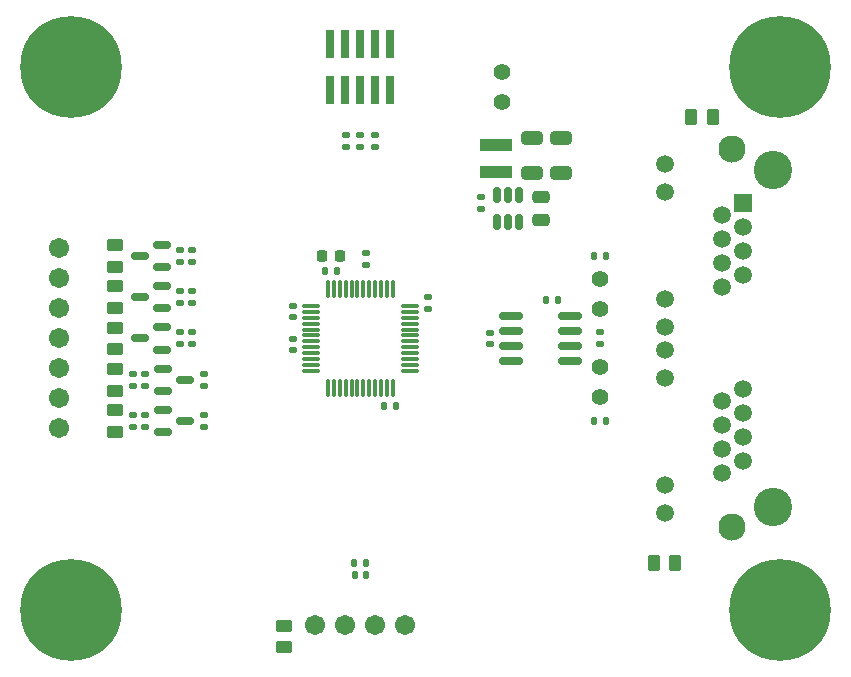
<source format=gbr>
%TF.GenerationSoftware,KiCad,Pcbnew,(6.0.1-0)*%
%TF.CreationDate,2022-12-13T14:32:30+01:00*%
%TF.ProjectId,CAN_Steppermodul,43414e5f-5374-4657-9070-65726d6f6475,rev?*%
%TF.SameCoordinates,Original*%
%TF.FileFunction,Soldermask,Top*%
%TF.FilePolarity,Negative*%
%FSLAX46Y46*%
G04 Gerber Fmt 4.6, Leading zero omitted, Abs format (unit mm)*
G04 Created by KiCad (PCBNEW (6.0.1-0)) date 2022-12-13 14:32:30*
%MOMM*%
%LPD*%
G01*
G04 APERTURE LIST*
G04 Aperture macros list*
%AMRoundRect*
0 Rectangle with rounded corners*
0 $1 Rounding radius*
0 $2 $3 $4 $5 $6 $7 $8 $9 X,Y pos of 4 corners*
0 Add a 4 corners polygon primitive as box body*
4,1,4,$2,$3,$4,$5,$6,$7,$8,$9,$2,$3,0*
0 Add four circle primitives for the rounded corners*
1,1,$1+$1,$2,$3*
1,1,$1+$1,$4,$5*
1,1,$1+$1,$6,$7*
1,1,$1+$1,$8,$9*
0 Add four rect primitives between the rounded corners*
20,1,$1+$1,$2,$3,$4,$5,0*
20,1,$1+$1,$4,$5,$6,$7,0*
20,1,$1+$1,$6,$7,$8,$9,0*
20,1,$1+$1,$8,$9,$2,$3,0*%
G04 Aperture macros list end*
%ADD10C,8.600000*%
%ADD11C,0.900000*%
%ADD12RoundRect,0.225000X-0.225000X-0.250000X0.225000X-0.250000X0.225000X0.250000X-0.225000X0.250000X0*%
%ADD13RoundRect,0.150000X-0.825000X-0.150000X0.825000X-0.150000X0.825000X0.150000X-0.825000X0.150000X0*%
%ADD14RoundRect,0.150000X0.150000X-0.512500X0.150000X0.512500X-0.150000X0.512500X-0.150000X-0.512500X0*%
%ADD15RoundRect,0.075000X-0.662500X-0.075000X0.662500X-0.075000X0.662500X0.075000X-0.662500X0.075000X0*%
%ADD16RoundRect,0.075000X-0.075000X-0.662500X0.075000X-0.662500X0.075000X0.662500X-0.075000X0.662500X0*%
%ADD17C,1.400000*%
%ADD18RoundRect,0.250000X0.262500X0.450000X-0.262500X0.450000X-0.262500X-0.450000X0.262500X-0.450000X0*%
%ADD19RoundRect,0.250000X-0.262500X-0.450000X0.262500X-0.450000X0.262500X0.450000X-0.262500X0.450000X0*%
%ADD20RoundRect,0.135000X0.185000X-0.135000X0.185000X0.135000X-0.185000X0.135000X-0.185000X-0.135000X0*%
%ADD21RoundRect,0.135000X-0.135000X-0.185000X0.135000X-0.185000X0.135000X0.185000X-0.135000X0.185000X0*%
%ADD22RoundRect,0.250000X0.450000X-0.262500X0.450000X0.262500X-0.450000X0.262500X-0.450000X-0.262500X0*%
%ADD23RoundRect,0.250000X-0.450000X0.262500X-0.450000X-0.262500X0.450000X-0.262500X0.450000X0.262500X0*%
%ADD24RoundRect,0.135000X-0.185000X0.135000X-0.185000X-0.135000X0.185000X-0.135000X0.185000X0.135000X0*%
%ADD25RoundRect,0.150000X-0.587500X-0.150000X0.587500X-0.150000X0.587500X0.150000X-0.587500X0.150000X0*%
%ADD26RoundRect,0.150000X0.587500X0.150000X-0.587500X0.150000X-0.587500X-0.150000X0.587500X-0.150000X0*%
%ADD27R,2.750000X1.000000*%
%ADD28C,2.300000*%
%ADD29C,1.500000*%
%ADD30R,1.500000X1.500000*%
%ADD31C,3.250000*%
%ADD32C,1.711200*%
%ADD33R,0.740000X2.400000*%
%ADD34RoundRect,0.140000X0.170000X-0.140000X0.170000X0.140000X-0.170000X0.140000X-0.170000X-0.140000X0*%
%ADD35RoundRect,0.140000X0.140000X0.170000X-0.140000X0.170000X-0.140000X-0.170000X0.140000X-0.170000X0*%
%ADD36RoundRect,0.250000X-0.650000X0.325000X-0.650000X-0.325000X0.650000X-0.325000X0.650000X0.325000X0*%
%ADD37RoundRect,0.140000X-0.170000X0.140000X-0.170000X-0.140000X0.170000X-0.140000X0.170000X0.140000X0*%
%ADD38RoundRect,0.250000X0.475000X-0.250000X0.475000X0.250000X-0.475000X0.250000X-0.475000X-0.250000X0*%
%ADD39RoundRect,0.140000X-0.140000X-0.170000X0.140000X-0.170000X0.140000X0.170000X-0.140000X0.170000X0*%
G04 APERTURE END LIST*
D10*
%TO.C,H4*%
X178000000Y-76000000D03*
D11*
X178000000Y-79225000D03*
X175719581Y-78280419D03*
X180280419Y-73719581D03*
X180280419Y-78280419D03*
X174775000Y-76000000D03*
X175719581Y-73719581D03*
X178000000Y-72775000D03*
X181225000Y-76000000D03*
%TD*%
D10*
%TO.C,H3*%
X118000000Y-76000000D03*
D11*
X118000000Y-79225000D03*
X115719581Y-78280419D03*
X120280419Y-73719581D03*
X120280419Y-78280419D03*
X114775000Y-76000000D03*
X115719581Y-73719581D03*
X118000000Y-72775000D03*
X121225000Y-76000000D03*
%TD*%
D10*
%TO.C,H2*%
X118000000Y-122000000D03*
D11*
X118000000Y-125225000D03*
X115719581Y-124280419D03*
X120280419Y-119719581D03*
X120280419Y-124280419D03*
X114775000Y-122000000D03*
X115719581Y-119719581D03*
X118000000Y-118775000D03*
X121225000Y-122000000D03*
%TD*%
D10*
%TO.C,H1*%
X178000000Y-122000000D03*
D11*
X178000000Y-125225000D03*
X175719581Y-124280419D03*
X180280419Y-119719581D03*
X180280419Y-124280419D03*
X174775000Y-122000000D03*
X175719581Y-119719581D03*
X178000000Y-118775000D03*
X181225000Y-122000000D03*
%TD*%
D12*
%TO.C,C1*%
X139230000Y-92000000D03*
X140780000Y-92000000D03*
%TD*%
D13*
%TO.C,U3*%
X155275000Y-97095000D03*
X155275000Y-98365000D03*
X155275000Y-99635000D03*
X155275000Y-100905000D03*
X160225000Y-100905000D03*
X160225000Y-99635000D03*
X160225000Y-98365000D03*
X160225000Y-97095000D03*
%TD*%
D14*
%TO.C,U2*%
X154050000Y-89137500D03*
X155000000Y-89137500D03*
X155950000Y-89137500D03*
X155950000Y-86862500D03*
X155000000Y-86862500D03*
X154050000Y-86862500D03*
%TD*%
D15*
%TO.C,U1*%
X138337500Y-96250000D03*
X138337500Y-96750000D03*
X138337500Y-97250000D03*
X138337500Y-97750000D03*
X138337500Y-98250000D03*
X138337500Y-98750000D03*
X138337500Y-99250000D03*
X138337500Y-99750000D03*
X138337500Y-100250000D03*
X138337500Y-100750000D03*
X138337500Y-101250000D03*
X138337500Y-101750000D03*
D16*
X139750000Y-103162500D03*
X140250000Y-103162500D03*
X140750000Y-103162500D03*
X141250000Y-103162500D03*
X141750000Y-103162500D03*
X142250000Y-103162500D03*
X142750000Y-103162500D03*
X143250000Y-103162500D03*
X143750000Y-103162500D03*
X144250000Y-103162500D03*
X144750000Y-103162500D03*
X145250000Y-103162500D03*
D15*
X146662500Y-101750000D03*
X146662500Y-101250000D03*
X146662500Y-100750000D03*
X146662500Y-100250000D03*
X146662500Y-99750000D03*
X146662500Y-99250000D03*
X146662500Y-98750000D03*
X146662500Y-98250000D03*
X146662500Y-97750000D03*
X146662500Y-97250000D03*
X146662500Y-96750000D03*
X146662500Y-96250000D03*
D16*
X145250000Y-94837500D03*
X144750000Y-94837500D03*
X144250000Y-94837500D03*
X143750000Y-94837500D03*
X143250000Y-94837500D03*
X142750000Y-94837500D03*
X142250000Y-94837500D03*
X141750000Y-94837500D03*
X141250000Y-94837500D03*
X140750000Y-94837500D03*
X140250000Y-94837500D03*
X139750000Y-94837500D03*
%TD*%
D17*
%TO.C,TP3*%
X162750000Y-104000000D03*
X162750000Y-101460000D03*
%TD*%
%TO.C,TP2*%
X162750000Y-94000000D03*
X162750000Y-96540000D03*
%TD*%
%TO.C,TP1*%
X154460000Y-76460000D03*
X154460000Y-79000000D03*
%TD*%
D18*
%TO.C,R29*%
X169162500Y-118000000D03*
X167337500Y-118000000D03*
%TD*%
D19*
%TO.C,R28*%
X170500000Y-80250000D03*
X172325000Y-80250000D03*
%TD*%
D20*
%TO.C,R27*%
X162750000Y-99510000D03*
X162750000Y-98490000D03*
%TD*%
D21*
%TO.C,R26*%
X162240000Y-106000000D03*
X163260000Y-106000000D03*
%TD*%
%TO.C,R25*%
X163260000Y-92000000D03*
X162240000Y-92000000D03*
%TD*%
%TO.C,R24*%
X158250000Y-95750000D03*
X159270000Y-95750000D03*
%TD*%
D22*
%TO.C,R23*%
X136000000Y-125162500D03*
X136000000Y-123337500D03*
%TD*%
D23*
%TO.C,R22*%
X121750000Y-105087500D03*
X121750000Y-106912500D03*
%TD*%
%TO.C,R21*%
X121750000Y-101587500D03*
X121750000Y-103412500D03*
%TD*%
D21*
%TO.C,R20*%
X141990000Y-118000000D03*
X143010000Y-118000000D03*
%TD*%
D24*
%TO.C,R19*%
X123250000Y-105490000D03*
X123250000Y-106510000D03*
%TD*%
%TO.C,R18*%
X123250000Y-101990000D03*
X123250000Y-103010000D03*
%TD*%
%TO.C,R17*%
X124250000Y-105490000D03*
X124250000Y-106510000D03*
%TD*%
%TO.C,R16*%
X124250000Y-101990000D03*
X124250000Y-103010000D03*
%TD*%
D20*
%TO.C,R15*%
X129250000Y-106510000D03*
X129250000Y-105490000D03*
%TD*%
%TO.C,R14*%
X129250000Y-103010000D03*
X129250000Y-101990000D03*
%TD*%
D22*
%TO.C,R13*%
X121750000Y-99912500D03*
X121750000Y-98087500D03*
%TD*%
%TO.C,R12*%
X121750000Y-96412500D03*
X121750000Y-94587500D03*
%TD*%
%TO.C,R11*%
X121750000Y-92912500D03*
X121750000Y-91087500D03*
%TD*%
D20*
%TO.C,R10*%
X127250000Y-99510000D03*
X127250000Y-98490000D03*
%TD*%
%TO.C,R9*%
X127250000Y-96010000D03*
X127250000Y-94990000D03*
%TD*%
%TO.C,R8*%
X127250000Y-92510000D03*
X127250000Y-91490000D03*
%TD*%
D24*
%TO.C,R7*%
X128250000Y-98490000D03*
X128250000Y-99510000D03*
%TD*%
%TO.C,R6*%
X128250000Y-94990000D03*
X128250000Y-96010000D03*
%TD*%
%TO.C,R5*%
X128250000Y-91490000D03*
X128250000Y-92510000D03*
%TD*%
%TO.C,R4*%
X142500000Y-81740000D03*
X142500000Y-82760000D03*
%TD*%
%TO.C,R3*%
X141250000Y-81740000D03*
X141250000Y-82760000D03*
%TD*%
%TO.C,R2*%
X143750000Y-81740000D03*
X143750000Y-82760000D03*
%TD*%
D20*
%TO.C,R1*%
X143000000Y-92760000D03*
X143000000Y-91740000D03*
%TD*%
D25*
%TO.C,Q5*%
X125812500Y-105050000D03*
X125812500Y-106950000D03*
X127687500Y-106000000D03*
%TD*%
%TO.C,Q4*%
X125812500Y-101550000D03*
X125812500Y-103450000D03*
X127687500Y-102500000D03*
%TD*%
D26*
%TO.C,Q3*%
X125687500Y-99950000D03*
X125687500Y-98050000D03*
X123812500Y-99000000D03*
%TD*%
%TO.C,Q2*%
X125687500Y-96450000D03*
X125687500Y-94550000D03*
X123812500Y-95500000D03*
%TD*%
%TO.C,Q1*%
X125687500Y-92950000D03*
X125687500Y-91050000D03*
X123812500Y-92000000D03*
%TD*%
D27*
%TO.C,L1*%
X154000000Y-84900000D03*
X154000000Y-82600000D03*
%TD*%
D28*
%TO.C,J4*%
X173985000Y-83000000D03*
X173985000Y-115000000D03*
D29*
X168275000Y-113740000D03*
X168275000Y-111450000D03*
X168275000Y-102310000D03*
X168275000Y-100020000D03*
X173095000Y-110432000D03*
X174875000Y-109416000D03*
X173095000Y-108400000D03*
X174875000Y-107384000D03*
X173095000Y-106368000D03*
X174875000Y-105352000D03*
X173095000Y-104336000D03*
X174875000Y-103320000D03*
X168275000Y-97990000D03*
X168275000Y-95700000D03*
X168275000Y-86560000D03*
X168275000Y-84270000D03*
X173095000Y-94682000D03*
X174875000Y-93666000D03*
X173095000Y-92650000D03*
X174875000Y-91634000D03*
X173095000Y-90618000D03*
X174875000Y-89602000D03*
X173095000Y-88586000D03*
D30*
X174875000Y-87570000D03*
D31*
X177415000Y-113230000D03*
X177415000Y-84780000D03*
%TD*%
D32*
%TO.C,J3*%
X146310000Y-123300000D03*
X143770000Y-123300000D03*
X141230000Y-123300000D03*
X138690000Y-123300000D03*
%TD*%
%TO.C,J2*%
X116950000Y-106620000D03*
X116950000Y-104080000D03*
X116950000Y-101540000D03*
X116950000Y-99000000D03*
X116950000Y-96460000D03*
X116950000Y-93920000D03*
X116950000Y-91380000D03*
%TD*%
D33*
%TO.C,J1*%
X145040000Y-74050000D03*
X145040000Y-77950000D03*
X143770000Y-74050000D03*
X143770000Y-77950000D03*
X142500000Y-74050000D03*
X142500000Y-77950000D03*
X141230000Y-74050000D03*
X141230000Y-77950000D03*
X139960000Y-74050000D03*
X139960000Y-77950000D03*
%TD*%
D34*
%TO.C,C12*%
X153500000Y-99480000D03*
X153500000Y-98520000D03*
%TD*%
D35*
%TO.C,C11*%
X142980000Y-119000000D03*
X142020000Y-119000000D03*
%TD*%
D36*
%TO.C,C10*%
X159500000Y-82025000D03*
X159500000Y-84975000D03*
%TD*%
%TO.C,C9*%
X157000000Y-82025000D03*
X157000000Y-84975000D03*
%TD*%
D34*
%TO.C,C8*%
X152750000Y-88000000D03*
X152750000Y-87040000D03*
%TD*%
D37*
%TO.C,C7*%
X136755000Y-96250000D03*
X136755000Y-97210000D03*
%TD*%
D34*
%TO.C,C6*%
X136755000Y-100000000D03*
X136755000Y-99040000D03*
%TD*%
D35*
%TO.C,C5*%
X145485000Y-104750000D03*
X144525000Y-104750000D03*
%TD*%
D37*
%TO.C,C4*%
X148255000Y-95520000D03*
X148255000Y-96480000D03*
%TD*%
D38*
%TO.C,C3*%
X157750000Y-88950000D03*
X157750000Y-87050000D03*
%TD*%
D39*
%TO.C,C2*%
X139525000Y-93250000D03*
X140485000Y-93250000D03*
%TD*%
M02*

</source>
